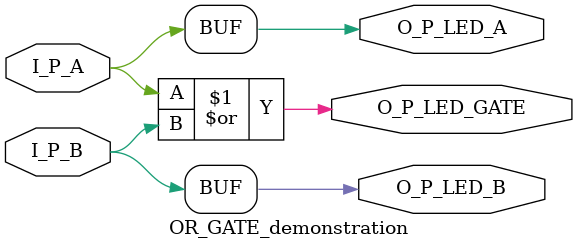
<source format=v>
`timescale 1ns / 1ps


module OR_GATE_demonstration(
    input I_P_A,
    input I_P_B,
    output O_P_LED_A,
    output O_P_LED_B,
    output O_P_LED_GATE
    );
    assign O_P_LED_A = I_P_A;
    assign O_P_LED_B = I_P_B;
    assign O_P_LED_GATE = I_P_A | I_P_B;
endmodule

</source>
